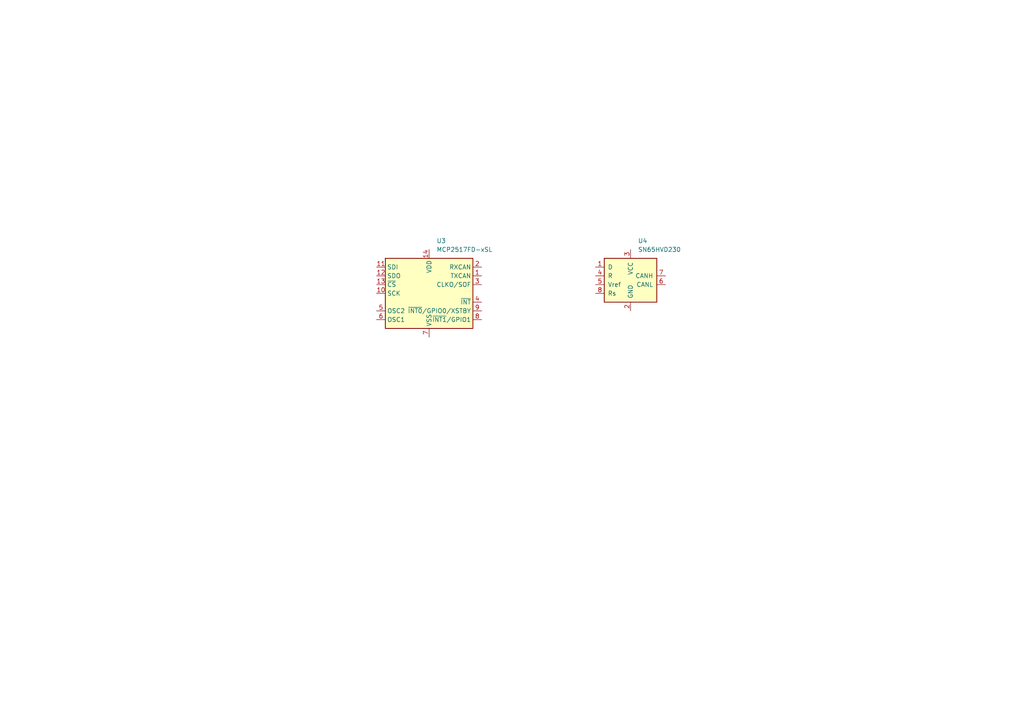
<source format=kicad_sch>
(kicad_sch (version 20250114) (generator "eeschema") (generator_version "9.0")
  (paper "A4")
  (lib_symbols
    (symbol "Interface_CAN_LIN:MCP2517FD-xSL"
      (property "Reference" "U" (at -12.7 12.7 0))
      (property "Value" "MCP2517FD-xSL" (at 2.54 12.7 0))
      (symbol "MCP2517FD-xSL_0_1"
        (rectangle (start -12.7 10.16) (end 12.7 -10.16) (stroke (width 0.254)) (fill (type background)))
      )
      (symbol "MCP2517FD-xSL_1_1"
        (pin input line (at -15.24 7.62 0) (length 2.54) (name "SDI") (number "11"))
        (pin output line (at -15.24 5.08 0) (length 2.54) (name "SDO") (number "12"))
        (pin input line (at -15.24 2.54 0) (length 2.54) (name "~{CS}") (number "13"))
        (pin input line (at -15.24 0 0) (length 2.54) (name "SCK") (number "10"))
        (pin output line (at -15.24 -5.08 0) (length 2.54) (name "OSC2") (number "5"))
        (pin input line (at -15.24 -7.62 0) (length 2.54) (name "OSC1") (number "6"))
        (pin power_in line (at 0 12.7 270) (length 2.54) (name "VDD") (number "14"))
        (pin power_in line (at 0 -12.7 90) (length 2.54) (name "VSS") (number "7"))
        (pin input line (at 15.24 7.62 180) (length 2.54) (name "RXCAN") (number "2"))
        (pin output line (at 15.24 5.08 180) (length 2.54) (name "TXCAN") (number "1"))
        (pin output line (at 15.24 2.54 180) (length 2.54) (name "CLKO/SOF") (number "3"))
        (pin output line (at 15.24 -2.54 180) (length 2.54) (name "~{INT}") (number "4"))
        (pin bidirectional line (at 15.24 -5.08 180) (length 2.54) (name "~{INT0}/GPIO0/XSTBY") (number "9"))
        (pin bidirectional line (at 15.24 -7.62 180) (length 2.54) (name "~{INT1}/GPIO1") (number "8"))
      )
    )
    (symbol "Interface_CAN_LIN:SN65HVD230" (pin_names (offset 1.016))
      (property "Reference" "U" (at -2.54 10.16 0))
      (property "Value" "SN65HVD230" (at -2.54 7.62 0))
      (symbol "SN65HVD230_0_1"
        (rectangle (start -7.62 5.08) (end 7.62 -7.62) (stroke (width 0.254)) (fill (type background)))
      )
      (symbol "SN65HVD230_1_1"
        (pin input line (at -10.16 2.54 0) (length 2.54) (name "D") (number "1"))
        (pin output line (at -10.16 0 0) (length 2.54) (name "R") (number "4"))
        (pin output line (at -10.16 -2.54 0) (length 2.54) (name "Vref") (number "5"))
        (pin input line (at -10.16 -5.08 0) (length 2.54) (name "Rs") (number "8"))
        (pin power_in line (at 0 7.62 270) (length 2.54) (name "VCC") (number "3"))
        (pin power_in line (at 0 -10.16 90) (length 2.54) (name "GND") (number "2"))
        (pin bidirectional line (at 10.16 0 180) (length 2.54) (name "CANH") (number "7"))
        (pin bidirectional line (at 10.16 -2.54 180) (length 2.54) (name "CANL") (number "6"))
      )
    )
  )
  (symbol (lib_id "Interface_CAN_LIN:SN65HVD230") (at 182.88 80.01 0) (unit 1)
    (property "Reference" "U4" (at 185.0233 69.85 0) (effects (justify left)))
    (property "Value" "SN65HVD230" (at 185.0233 72.39 0) (effects (justify left)))
    (property "Footprint" "Package_SO:SOIC-8_3.9x4.9mm_P1.27mm" (effects (hide yes)))
    (property "Datasheet" "http://www.ti.com/lit/ds/symlink/sn65hvd230.pdf" (effects (hide yes)))
    (property "Description" "CAN Bus Transceivers, 3.3V, 1Mbps, Low-Power capabilities, SOIC-8" (effects (hide yes)))
  )
  (symbol (lib_id "Interface_CAN_LIN:MCP2517FD-xSL") (at 124.46 85.09 0) (unit 1)
    (property "Reference" "U3" (at 126.6033 69.85 0) (effects (justify left)))
    (property "Value" "MCP2517FD-xSL" (at 126.6033 72.39 0) (effects (justify left)))
    (property "Footprint" "Package_SO:SOIC-14_3.9x8.7mm_P1.27mm" (effects (hide yes)))
    (property "Datasheet" "https://ww1.microchip.com/downloads/en/DeviceDoc/MCP2517FD-External-CAN-FD-Controller-with-SPI-Interface-20005688B.pdf" (effects (hide yes)))
    (property "Description" "External CAN FD Controller with SPI Interface, SOIC-14" (effects (hide yes)))
  )
)
</source>
